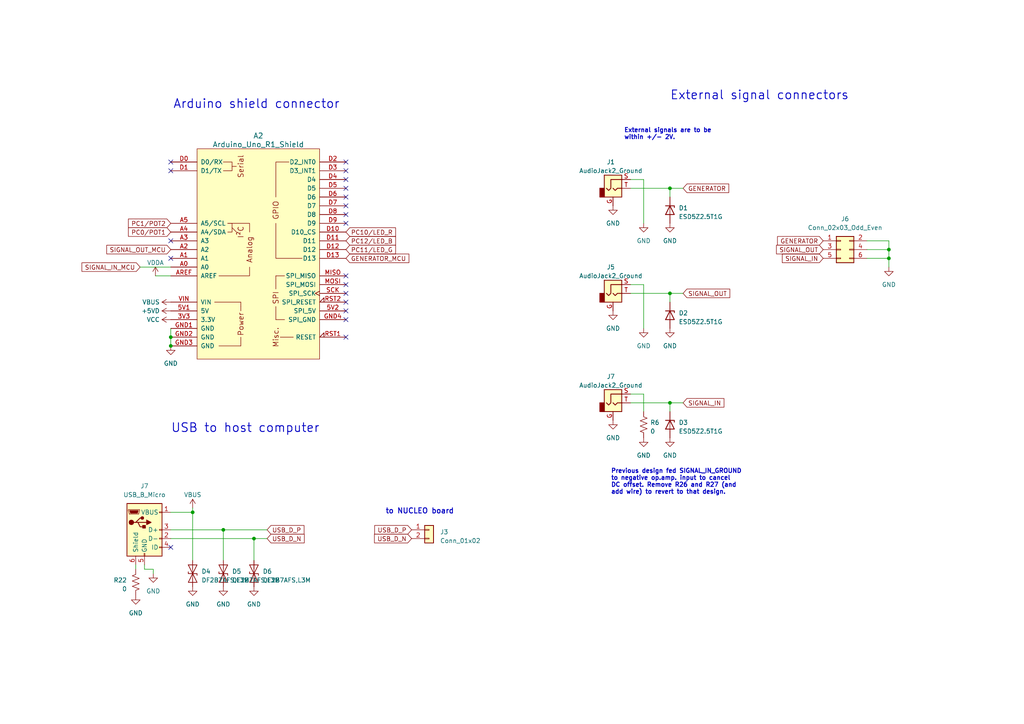
<source format=kicad_sch>
(kicad_sch (version 20230121) (generator eeschema)
  (paper "A4")
  (title_block (title "DSP PAW add-on board") (date "2023-08-19") (company "bitgloo") (comment 1 "Released under the CERN Open Hardware Licence Version 2 - Strongly Reciprocal"))
  (lib_symbols
    (symbol "Connector:USB_B_Micro" (pin_names (offset 1.016))
      (property "Reference" "J" (at -5.08 11.43 0))
      (property "Value" "USB_B_Micro" (at -5.08 8.89 0))
      (symbol "USB_B_Micro_0_1"
        (rectangle (start -5.08 -7.62) (end 5.08 7.62) (stroke (width 0.254)) (fill (type background)))
        (circle (center -3.81 2.159) (radius 0.635) (stroke (width 0.254)) (fill (type outline)))
        (circle (center -0.635 3.429) (radius 0.381) (stroke (width 0.254)) (fill (type outline)))
        (rectangle (start -0.127 -7.62) (end 0.127 -6.858))
        (polyline (pts (xy -1.905 2.159) (xy 0.635 2.159)) (stroke (width 0.254)))
        (polyline (pts (xy -3.175 2.159) (xy -2.54 2.159) (xy -1.27 3.429) (xy -0.635 3.429)) (stroke (width 0.254)))
        (polyline (pts (xy -2.54 2.159) (xy -1.905 2.159) (xy -1.27 0.889) (xy 0 0.889)) (stroke (width 0.254)))
        (polyline (pts (xy 0.635 2.794) (xy 0.635 1.524) (xy 1.905 2.159) (xy 0.635 2.794)) (stroke (width 0.254)) (fill (type outline)))
        (polyline (pts (xy -4.318 5.588) (xy -1.778 5.588) (xy -2.032 4.826) (xy -4.064 4.826) (xy -4.318 5.588)) (fill (type outline)))
        (polyline (pts (xy -4.699 5.842) (xy -4.699 5.588) (xy -4.445 4.826) (xy -4.445 4.572) (xy -1.651 4.572) (xy -1.651 4.826) (xy -1.397 5.588) (xy -1.397 5.842) (xy -4.699 5.842)))
        (rectangle (start 0.254 1.27) (end -0.508 0.508) (stroke (width 0.254)) (fill (type outline)))
        (rectangle (start 5.08 -5.207) (end 4.318 -4.953))
        (rectangle (start 5.08 -2.667) (end 4.318 -2.413))
        (rectangle (start 5.08 -0.127) (end 4.318 0.127))
        (rectangle (start 5.08 4.953) (end 4.318 5.207))
      )
      (symbol "USB_B_Micro_1_1"
        (pin power_out line (at 7.62 5.08 180) (length 2.54) (name "VBUS") (number "1"))
        (pin bidirectional line (at 7.62 -2.54 180) (length 2.54) (name "D-") (number "2"))
        (pin bidirectional line (at 7.62 0 180) (length 2.54) (name "D+") (number "3"))
        (pin passive line (at 7.62 -5.08 180) (length 2.54) (name "ID") (number "4"))
        (pin power_out line (at 0 -10.16 90) (length 2.54) (name "GND") (number "5"))
        (pin passive line (at -2.54 -10.16 90) (length 2.54) (name "Shield") (number "6"))
      )
    )
    (symbol "Connector_Audio:AudioJack2_Ground"
      (property "Reference" "J" (at 0 8.89 0))
      (property "Value" "AudioJack2_Ground" (at 0 6.35 0))
      (symbol "AudioJack2_Ground_0_1"
        (rectangle (start -2.54 -2.54) (end -3.81 0) (stroke (width 0.254)) (fill (type outline)))
        (polyline (pts (xy 0 0) (xy 0.635 -0.635) (xy 1.27 0) (xy 2.54 0)) (stroke (width 0.254)))
        (polyline (pts (xy 2.54 2.54) (xy -0.635 2.54) (xy -0.635 0) (xy -1.27 -0.635) (xy -1.905 0)) (stroke (width 0.254)))
        (rectangle (start 2.54 3.81) (end -2.54 -2.54) (stroke (width 0.254)) (fill (type background)))
      )
      (symbol "AudioJack2_Ground_1_1"
        (pin passive line (at 0 -5.08 90) (length 2.54) (name "~") (number "G"))
        (pin passive line (at 5.08 2.54 180) (length 2.54) (name "~") (number "S"))
        (pin passive line (at 5.08 0 180) (length 2.54) (name "~") (number "T"))
      )
    )
    (symbol "Connector_Generic:Conn_01x02" (pin_names (offset 1.016) hide)
      (property "Reference" "J" (at 0 2.54 0))
      (property "Value" "Conn_01x02" (at 0 -5.08 0))
      (symbol "Conn_01x02_1_1"
        (rectangle (start -1.27 -2.413) (end 0 -2.667) (stroke (width 0.1524)))
        (rectangle (start -1.27 0.127) (end 0 -0.127) (stroke (width 0.1524)))
        (rectangle (start -1.27 1.27) (end 1.27 -3.81) (stroke (width 0.254)) (fill (type background)))
        (pin passive line (at -5.08 0 0) (length 3.81) (name "Pin_1") (number "1"))
        (pin passive line (at -5.08 -2.54 0) (length 3.81) (name "Pin_2") (number "2"))
      )
    )
    (symbol "Connector_Generic:Conn_02x03_Odd_Even" (pin_names (offset 1.016) hide)
      (property "Reference" "J" (at 1.27 5.08 0))
      (property "Value" "Conn_02x03_Odd_Even" (at 1.27 -5.08 0))
      (symbol "Conn_02x03_Odd_Even_1_1"
        (rectangle (start -1.27 -2.413) (end 0 -2.667) (stroke (width 0.1524)))
        (rectangle (start -1.27 0.127) (end 0 -0.127) (stroke (width 0.1524)))
        (rectangle (start -1.27 2.667) (end 0 2.413) (stroke (width 0.1524)))
        (rectangle (start -1.27 3.81) (end 3.81 -3.81) (stroke (width 0.254)) (fill (type background)))
        (rectangle (start 3.81 -2.413) (end 2.54 -2.667) (stroke (width 0.1524)))
        (rectangle (start 3.81 0.127) (end 2.54 -0.127) (stroke (width 0.1524)))
        (rectangle (start 3.81 2.667) (end 2.54 2.413) (stroke (width 0.1524)))
        (pin passive line (at -5.08 2.54 0) (length 3.81) (name "Pin_1") (number "1"))
        (pin passive line (at 7.62 2.54 180) (length 3.81) (name "Pin_2") (number "2"))
        (pin passive line (at -5.08 0 0) (length 3.81) (name "Pin_3") (number "3"))
        (pin passive line (at 7.62 0 180) (length 3.81) (name "Pin_4") (number "4"))
        (pin passive line (at -5.08 -2.54 0) (length 3.81) (name "Pin_5") (number "5"))
        (pin passive line (at 7.62 -2.54 180) (length 3.81) (name "Pin_6") (number "6"))
      )
    )
    (symbol "Device:R_US" (pin_numbers hide) (pin_names (offset 0))
      (property "Reference" "R" (at 2.54 0 90))
      (property "Value" "R_US" (at -2.54 0 90))
      (symbol "R_US_0_1"
        (polyline (pts (xy 0 -2.286) (xy 0 -2.54)))
        (polyline (pts (xy 0 2.286) (xy 0 2.54)))
        (polyline (pts (xy 0 -0.762) (xy 1.016 -1.143) (xy 0 -1.524) (xy -1.016 -1.905) (xy 0 -2.286)))
        (polyline (pts (xy 0 0.762) (xy 1.016 0.381) (xy 0 0) (xy -1.016 -0.381) (xy 0 -0.762)))
        (polyline (pts (xy 0 2.286) (xy 1.016 1.905) (xy 0 1.524) (xy -1.016 1.143) (xy 0 0.762)))
      )
      (symbol "R_US_1_1"
        (pin passive line (at 0 3.81 270) (length 1.27) (name "~") (number "1"))
        (pin passive line (at 0 -3.81 90) (length 1.27) (name "~") (number "2"))
      )
    )
    (symbol "Diode:ESD5Zxx" (pin_numbers hide) (pin_names hide)
      (property "Reference" "D" (at 0 2.54 0))
      (property "Value" "ESD5Zxx" (at 0 -2.54 0))
      (symbol "ESD5Zxx_0_1"
        (polyline (pts (xy 1.27 0) (xy -1.27 0)))
        (polyline (pts (xy -1.27 -1.27) (xy -1.27 1.27) (xy -0.762 1.27)) (stroke (width 0.254)))
        (polyline (pts (xy 1.27 -1.27) (xy 1.27 1.27) (xy -1.27 0) (xy 1.27 -1.27)) (stroke (width 0.254)))
      )
      (symbol "ESD5Zxx_1_1"
        (pin passive line (at -3.81 0 0) (length 2.54) (name "K") (number "1"))
        (pin passive line (at 3.81 0 180) (length 2.54) (name "A") (number "2"))
      )
    )
    (symbol "Diode:ESD9B5.0ST5G" (pin_numbers hide) (pin_names (offset 1.016) hide)
      (property "Reference" "D" (at 0 2.54 0))
      (property "Value" "ESD9B5.0ST5G" (at 0 -2.54 0))
      (symbol "ESD9B5.0ST5G_0_1"
        (polyline (pts (xy 1.27 0) (xy -1.27 0)))
        (polyline (pts (xy -2.54 -1.27) (xy 0 0) (xy -2.54 1.27) (xy -2.54 -1.27)) (stroke (width 0.2032)))
        (polyline (pts (xy 0.508 1.27) (xy 0 1.27) (xy 0 -1.27) (xy -0.508 -1.27)) (stroke (width 0.2032)))
        (polyline (pts (xy 2.54 1.27) (xy 2.54 -1.27) (xy 0 0) (xy 2.54 1.27)) (stroke (width 0.2032)))
      )
      (symbol "ESD9B5.0ST5G_1_1"
        (pin passive line (at -3.81 0 0) (length 2.54) (name "A1") (number "1"))
        (pin passive line (at 3.81 0 180) (length 2.54) (name "A2") (number "2"))
      )
    )
    (symbol "PCM_arduino-library:Arduino_Uno_R1_Shield" (pin_names (offset 1.016))
      (property "Reference" "A" (at 0 36.83 0))
      (property "Value" "Arduino_Uno_R1_Shield" (at 0 33.02 0))
      (symbol "Arduino_Uno_R1_Shield_0_0"
        (rectangle (start -17.78 30.48) (end 17.78 -30.48) (fill (type background)))
        (rectangle (start -12.7 -13.97) (end -5.08 -13.97))
        (rectangle (start -11.43 -26.67) (end -5.08 -26.67))
        (polyline (pts (xy -7.62 7.62) (xy -6.35 6.35)))
        (polyline (pts (xy -7.62 25.4) (xy -6.35 25.4)))
        (polyline (pts (xy -5.08 -26.67) (xy -5.08 -24.13)))
        (polyline (pts (xy -5.08 -15.24) (xy -5.08 -16.51)))
        (polyline (pts (xy -5.08 -13.97) (xy -5.08 -15.24)))
        (polyline (pts (xy -2.54 -3.81) (xy -2.54 -6.35) (xy -11.43 -6.35)))
        (polyline (pts (xy -2.54 6.35) (xy -2.54 8.89) (xy -8.89 8.89)))
        (polyline (pts (xy 5.08 8.89) (xy 5.08 -1.27) (xy 12.7 -1.27)))
        (polyline (pts (xy 5.08 16.51) (xy 5.08 26.67) (xy 8.89 26.67)))
        (polyline (pts (xy -10.16 26.67) (xy -7.62 26.67) (xy -7.62 24.13) (xy -10.16 24.13)))
        (polyline (pts (xy -8.89 8.89) (xy -7.62 8.89) (xy -7.62 6.35) (xy -8.89 6.35)))
        (rectangle (start 5.08 -19.05) (end 5.08 -15.24))
        (rectangle (start 5.08 -19.05) (end 7.62 -19.05))
        (rectangle (start 5.08 -10.16) (end 5.08 -6.35))
        (rectangle (start 6.35 -24.13) (end 10.16 -24.13))
        (rectangle (start 7.62 -6.35) (end 5.08 -6.35))
        (text "Analog" (at -2.54 1.27 900) (effects (font (size 1.524 1.524))))
        (text "I²C" (at -5.08 6.35 900) (effects (font (size 1.524 1.524))))
        (text "Misc." (at 5.08 -24.13 900) (effects (font (size 1.524 1.524))))
        (text "Power" (at -5.08 -20.32 900) (effects (font (size 1.524 1.524))))
        (text "Serial" (at -5.08 25.4 900) (effects (font (size 1.524 1.524))))
        (text "SPI" (at 5.08 -12.7 900) (effects (font (size 1.524 1.524))))
      )
      (symbol "Arduino_Uno_R1_Shield_1_0"
        (text "GPIO" (at 5.08 12.7 900) (effects (font (size 1.524 1.524))))
      )
      (symbol "Arduino_Uno_R1_Shield_1_1"
        (pin power_out line (at -25.4 -19.05 0) (length 7.62) (name "3.3V") (number "3V3"))
        (pin power_in line (at -25.4 -16.51 0) (length 7.62) (name "5V") (number "5V1"))
        (pin power_in line (at 25.4 -16.51 180) (length 7.62) (name "SPI_5V") (number "5V2"))
        (pin bidirectional line (at -25.4 -3.81 0) (length 7.62) (name "A0") (number "A0"))
        (pin bidirectional line (at -25.4 -1.27 0) (length 7.62) (name "A1") (number "A1"))
        (pin bidirectional line (at -25.4 1.27 0) (length 7.62) (name "A2") (number "A2"))
        (pin bidirectional line (at -25.4 3.81 0) (length 7.62) (name "A3") (number "A3"))
        (pin bidirectional line (at -25.4 6.35 0) (length 7.62) (name "A4/SDA") (number "A4"))
        (pin bidirectional line (at -25.4 8.89 0) (length 7.62) (name "A5/SCL") (number "A5"))
        (pin input line (at -25.4 -6.35 0) (length 7.62) (name "AREF") (number "AREF"))
        (pin bidirectional line (at -25.4 26.67 0) (length 7.62) (name "D0/RX") (number "D0"))
        (pin bidirectional line (at -25.4 24.13 0) (length 7.62) (name "D1/TX") (number "D1"))
        (pin bidirectional line (at 25.4 6.35 180) (length 7.62) (name "D10_CS") (number "D10"))
        (pin bidirectional line (at 25.4 3.81 180) (length 7.62) (name "D11") (number "D11"))
        (pin bidirectional line (at 25.4 1.27 180) (length 7.62) (name "D12") (number "D12"))
        (pin bidirectional line (at 25.4 -1.27 180) (length 7.62) (name "D13") (number "D13"))
        (pin bidirectional line (at 25.4 26.67 180) (length 7.62) (name "D2_INT0") (number "D2"))
        (pin bidirectional line (at 25.4 24.13 180) (length 7.62) (name "D3_INT1") (number "D3"))
        (pin bidirectional line (at 25.4 21.59 180) (length 7.62) (name "D4") (number "D4"))
        (pin bidirectional line (at 25.4 19.05 180) (length 7.62) (name "D5") (number "D5"))
        (pin bidirectional line (at 25.4 16.51 180) (length 7.62) (name "D6") (number "D6"))
        (pin bidirectional line (at 25.4 13.97 180) (length 7.62) (name "D7") (number "D7"))
        (pin bidirectional line (at 25.4 11.43 180) (length 7.62) (name "D8") (number "D8"))
        (pin bidirectional line (at 25.4 8.89 180) (length 7.62) (name "D9") (number "D9"))
        (pin power_in line (at -25.4 -21.59 0) (length 7.62) (name "GND") (number "GND1"))
        (pin power_in line (at -25.4 -24.13 0) (length 7.62) (name "GND") (number "GND2"))
        (pin power_in line (at -25.4 -26.67 0) (length 7.62) (name "GND") (number "GND3"))
        (pin power_in line (at 25.4 -19.05 180) (length 7.62) (name "SPI_GND") (number "GND4"))
        (pin input line (at 25.4 -6.35 180) (length 7.62) (name "SPI_MISO") (number "MISO"))
        (pin output line (at 25.4 -8.89 180) (length 7.62) (name "SPI_MOSI") (number "MOSI"))
        (pin open_collector input_low (at 25.4 -24.13 180) (length 7.62) (name "RESET") (number "RST1"))
        (pin open_collector input_low (at 25.4 -13.97 180) (length 7.62) (name "SPI_RESET") (number "RST2"))
        (pin output clock (at 25.4 -11.43 180) (length 7.62) (name "SPI_SCK") (number "SCK"))
        (pin power_in line (at -25.4 -13.97 0) (length 7.62) (name "VIN") (number "VIN"))
      )
    )
    (symbol "power:+5VD" (power) (pin_names (offset 0))
      (property "Value" "+5VD" (at 0 3.556 0))
      (symbol "+5VD_0_1"
        (polyline (pts (xy -0.762 1.27) (xy 0 2.54)))
        (polyline (pts (xy 0 0) (xy 0 2.54)))
        (polyline (pts (xy 0 2.54) (xy 0.762 1.27)))
      )
      (symbol "+5VD_1_1"
        (pin power_in line (at 0 0 90) (length 0) hide (name "+5VD") (number "1"))
      )
    )
    (symbol "power:GND" (power) (pin_names (offset 0))
      (property "Value" "GND" (at 0 -3.81 0))
      (symbol "GND_0_1"
        (polyline (pts (xy 0 0) (xy 0 -1.27) (xy 1.27 -1.27) (xy 0 -2.54) (xy -1.27 -1.27) (xy 0 -1.27)))
      )
      (symbol "GND_1_1"
        (pin power_in line (at 0 0 270) (length 0) hide (name "GND") (number "1"))
      )
    )
    (symbol "power:VBUS" (power) (pin_names (offset 0))
      (property "Value" "VBUS" (at 0 3.81 0))
      (symbol "VBUS_0_1"
        (polyline (pts (xy -0.762 1.27) (xy 0 2.54)))
        (polyline (pts (xy 0 0) (xy 0 2.54)))
        (polyline (pts (xy 0 2.54) (xy 0.762 1.27)))
      )
      (symbol "VBUS_1_1"
        (pin power_in line (at 0 0 90) (length 0) hide (name "VBUS") (number "1"))
      )
    )
    (symbol "power:VCC" (power) (pin_names (offset 0))
      (property "Value" "VCC" (at 0 3.81 0))
      (symbol "VCC_0_1"
        (polyline (pts (xy -0.762 1.27) (xy 0 2.54)))
        (polyline (pts (xy 0 0) (xy 0 2.54)))
        (polyline (pts (xy 0 2.54) (xy 0.762 1.27)))
      )
      (symbol "VCC_1_1"
        (pin power_in line (at 0 0 90) (length 0) hide (name "VCC") (number "1"))
      )
    )
    (symbol "power:VDDA" (power) (pin_names (offset 0))
      (property "Value" "VDDA" (at 0 3.81 0))
      (symbol "VDDA_0_1"
        (polyline (pts (xy -0.762 1.27) (xy 0 2.54)))
        (polyline (pts (xy 0 0) (xy 0 2.54)))
        (polyline (pts (xy 0 2.54) (xy 0.762 1.27)))
      )
      (symbol "VDDA_1_1"
        (pin power_in line (at 0 0 90) (length 0) hide (name "VDDA") (number "1"))
      )
    )
  )
  (junction (at 64.77 153.67))
  (junction (at 194.31 54.61))
  (junction (at 73.66 156.21))
  (junction (at 194.31 85.09))
  (junction (at 49.53 100.33))
  (junction (at 257.81 72.39))
  (junction (at 49.53 97.79))
  (junction (at 55.88 148.59))
  (junction (at 194.31 116.84))
  (junction (at 257.81 74.93))
  (no_connect (at 100.33 90.17))
  (no_connect (at 49.53 49.53))
  (no_connect (at 49.53 74.93))
  (no_connect (at 49.53 46.99))
  (no_connect (at 100.33 64.77))
  (no_connect (at 100.33 54.61))
  (no_connect (at 100.33 49.53))
  (no_connect (at 100.33 57.15))
  (no_connect (at 100.33 46.99))
  (no_connect (at 100.33 80.01))
  (no_connect (at 100.33 52.07))
  (no_connect (at 100.33 87.63))
  (no_connect (at 49.53 69.85))
  (no_connect (at 100.33 82.55))
  (no_connect (at 49.53 158.75))
  (no_connect (at 100.33 85.09))
  (no_connect (at 100.33 59.69))
  (no_connect (at 100.33 92.71))
  (no_connect (at 100.33 97.79))
  (no_connect (at 100.33 62.23))
  (wire (pts (xy 257.81 72.39) (xy 251.46 72.39)))
  (wire (pts (xy 186.69 114.3) (xy 186.69 119.38)))
  (wire (pts (xy 182.88 114.3) (xy 186.69 114.3)))
  (wire (pts (xy 257.81 74.93) (xy 257.81 77.47)))
  (wire (pts (xy 55.88 147.32) (xy 55.88 148.59)))
  (wire (pts (xy 186.69 82.55) (xy 186.69 95.25)))
  (wire (pts (xy 194.31 116.84) (xy 198.12 116.84)))
  (wire (pts (xy 257.81 72.39) (xy 257.81 74.93)))
  (wire (pts (xy 194.31 54.61) (xy 198.12 54.61)))
  (wire (pts (xy 73.66 156.21) (xy 77.47 156.21)))
  (wire (pts (xy 45.085 80.01) (xy 49.53 80.01)))
  (wire (pts (xy 194.31 54.61) (xy 194.31 57.15)))
  (wire (pts (xy 49.53 153.67) (xy 64.77 153.67)))
  (wire (pts (xy 186.69 52.07) (xy 186.69 64.77)))
  (wire (pts (xy 49.53 156.21) (xy 73.66 156.21)))
  (wire (pts (xy 194.31 85.09) (xy 194.31 87.63)))
  (wire (pts (xy 49.53 148.59) (xy 55.88 148.59)))
  (wire (pts (xy 194.31 85.09) (xy 198.12 85.09)))
  (wire (pts (xy 40.64 77.47) (xy 49.53 77.47)))
  (wire (pts (xy 44.45 165.1) (xy 41.91 165.1)))
  (wire (pts (xy 182.88 52.07) (xy 186.69 52.07)))
  (wire (pts (xy 194.31 116.84) (xy 194.31 119.38)))
  (wire (pts (xy 257.81 69.85) (xy 257.81 72.39)))
  (wire (pts (xy 39.37 163.83) (xy 39.37 165.1)))
  (wire (pts (xy 49.53 95.25) (xy 49.53 97.79)))
  (wire (pts (xy 55.88 148.59) (xy 55.88 162.56)))
  (wire (pts (xy 257.81 69.85) (xy 251.46 69.85)))
  (wire (pts (xy 44.45 166.37) (xy 44.45 165.1)))
  (wire (pts (xy 41.91 165.1) (xy 41.91 163.83)))
  (wire (pts (xy 64.77 153.67) (xy 64.77 162.56)))
  (wire (pts (xy 251.46 74.93) (xy 257.81 74.93)))
  (wire (pts (xy 182.88 85.09) (xy 194.31 85.09)))
  (wire (pts (xy 182.88 54.61) (xy 194.31 54.61)))
  (wire (pts (xy 182.88 116.84) (xy 194.31 116.84)))
  (wire (pts (xy 49.53 97.79) (xy 49.53 100.33)))
  (wire (pts (xy 64.77 153.67) (xy 77.47 153.67)))
  (wire (pts (xy 182.88 82.55) (xy 186.69 82.55)))
  (wire (pts (xy 73.66 156.21) (xy 73.66 162.56)))
  (text "USB to host computer" (at 49.53 125.73 0) (effects (font (size 2.54 2.54) (thickness 0.254) bold) (justify left bottom)))
  (text "to NUCLEO board" (at 111.76 149.225 0) (effects (font (size 1.5 1.5) (thickness 0.254) bold) (justify left bottom)))
  (text "Arduino shield connector" (at 50.165 31.75 0) (effects (font (size 2.54 2.54) (thickness 0.254) bold) (justify left bottom)))
  (text "External signals are to be\nwithin +/- 2V." (at 180.975 40.64 0) (effects (font (size 1.25 1.25) (thickness 0.254) bold) (justify left bottom)))
  (text "External signal connectors" (at 194.31 29.21 0) (effects (font (size 2.54 2.54) (thickness 0.254) bold) (justify left bottom)))
  (text "Previous design fed SIGNAL_IN_GROUND\nto negative op.amp. input to cancel\nDC offset. Remove R26 and R27 (and\nadd wire) to revert to that design." (at 177.165 143.51 0) (effects (font (size 1.25 1.25) (thickness 0.254) bold) (justify left bottom)))
  (global_label "USB_D_P" (shape input) (at 119.38 153.67 180) (property "Intersheetrefs" "${INTERSHEET_REFS}" (effects hide)))
  (global_label "SIGNAL_OUT" (shape input) (at 198.12 85.09 0) (property "Intersheetrefs" "${INTERSHEET_REFS}" (effects hide)))
  (global_label "SIGNAL_IN_MCU" (shape input) (at 40.64 77.47 180) (property "Intersheetrefs" "${INTERSHEET_REFS}" (effects hide)))
  (global_label "SIGNAL_OUT_MCU" (shape input) (at 49.53 72.39 180) (property "Intersheetrefs" "${INTERSHEET_REFS}" (effects hide)))
  (global_label "SIGNAL_IN" (shape input) (at 198.12 116.84 0) (property "Intersheetrefs" "${INTERSHEET_REFS}" (effects hide)))
  (global_label "PC0{slash}POT1" (shape input) (at 49.53 67.31 180) (property "Intersheetrefs" "${INTERSHEET_REFS}" (effects hide)))
  (global_label "GENERATOR" (shape input) (at 198.12 54.61 0) (property "Intersheetrefs" "${INTERSHEET_REFS}" (effects hide)))
  (global_label "PC10{slash}LED_R" (shape input) (at 100.33 67.31 0) (property "Intersheetrefs" "${INTERSHEET_REFS}" (effects hide)))
  (global_label "SIGNAL_OUT" (shape input) (at 238.76 72.39 180) (property "Intersheetrefs" "${INTERSHEET_REFS}" (effects hide)))
  (global_label "PC12{slash}LED_B" (shape input) (at 100.33 69.85 0) (property "Intersheetrefs" "${INTERSHEET_REFS}" (effects hide)))
  (global_label "PC11{slash}LED_G" (shape input) (at 100.33 72.39 0) (property "Intersheetrefs" "${INTERSHEET_REFS}" (effects hide)))
  (global_label "GENERATOR_MCU" (shape input) (at 100.33 74.93 0) (property "Intersheetrefs" "${INTERSHEET_REFS}" (effects hide)))
  (global_label "USB_D_P" (shape input) (at 77.47 153.67 0) (property "Intersheetrefs" "${INTERSHEET_REFS}" (effects hide)))
  (global_label "GENERATOR" (shape input) (at 238.76 69.85 180) (property "Intersheetrefs" "${INTERSHEET_REFS}" (effects hide)))
  (global_label "SIGNAL_IN" (shape input) (at 238.76 74.93 180) (property "Intersheetrefs" "${INTERSHEET_REFS}" (effects hide)))
  (global_label "USB_D_N" (shape input) (at 119.38 156.21 180) (property "Intersheetrefs" "${INTERSHEET_REFS}" (effects hide)))
  (global_label "PC1{slash}POT2" (shape input) (at 49.53 64.77 180) (property "Intersheetrefs" "${INTERSHEET_REFS}" (effects hide)))
  (global_label "USB_D_N" (shape input) (at 77.47 156.21 0) (property "Intersheetrefs" "${INTERSHEET_REFS}" (effects hide)))
  (symbol (lib_id "Diode:ESD9B5.0ST5G") (at 55.88 166.37 90) (unit 1)
    (property "Reference" "D4" (at 58.42 165.735 90) (effects (justify right)))
    (property "Value" "DF2B7AFS,L3M" (at 58.42 168.275 90) (effects (justify right)))
    (property "Footprint" "Diode_SMD:D_SOD-923" (effects hide))
    (property "Datasheet" "https://www.onsemi.com/pub/Collateral/ESD9B-D.PDF" (effects hide))
    (property "Part Number" "DF2B7AFS,L3M" (effects hide))
    (property "LCSC Part #" "C1972965" (effects hide))
  )
  (symbol (lib_id "power:VDDA") (at 45.085 80.01 0) (unit 1)
    (property "Reference" "#PWR04" (effects hide))
    (property "Value" "VDDA" (at 45.085 76.2 0))
    (instances (project "stmdsp_rev3" (path "" (reference "#PWR04") (unit 1))) (project "DSP PAW add-on board" (path "" (reference "#PWR074") (unit 1))))
  )
  (symbol (lib_id "power:GND") (at 64.77 170.18 0) (unit 1)
    (property "Reference" "#PWR038" (effects hide))
    (property "Value" "GND" (at 64.77 175.26 0))
    (instances (project "stmdsp_rev3" (path "" (reference "#PWR038") (unit 1))) (project "DSP PAW add-on board" (path "" (reference "#PWR064") (unit 1))))
  )
  (symbol (lib_id "power:GND") (at 186.69 95.25 0) (unit 1)
    (property "Reference" "#PWR034" (effects hide))
    (property "Value" "GND" (at 186.69 100.33 0))
    (instances (project "stmdsp_rev3" (path "" (reference "#PWR034") (unit 1))) (project "DSP PAW add-on board" (path "" (reference "#PWR056") (unit 1))))
  )
  (symbol (lib_id "power:GND") (at 257.81 77.47 0) (mirror y) (unit 1)
    (property "Reference" "#PWR036" (effects hide))
    (property "Value" "GND" (at 257.81 82.55 0))
    (instances (project "stmdsp_rev3" (path "" (reference "#PWR036") (unit 1))) (project "DSP PAW add-on board" (path "" (reference "#PWR052") (unit 1))))
  )
  (symbol (lib_id "power:GND") (at 186.69 64.77 0) (unit 1)
    (property "Reference" "#PWR032" (effects hide))
    (property "Value" "GND" (at 186.69 69.85 0))
    (instances (project "stmdsp_rev3" (path "" (reference "#PWR032") (unit 1))) (project "DSP PAW add-on board" (path "" (reference "#PWR049") (unit 1))))
  )
  (symbol (lib_id "PCM_arduino-library:Arduino_Uno_R1_Shield") (at 74.93 73.66 0) (unit 1)
    (property "Reference" "A2" (at 74.93 39.37 0) (effects (font (size 1.524 1.524))))
    (property "Value" "Arduino_Uno_R1_Shield" (at 74.93 41.91 0) (effects (font (size 1.524 1.524))))
    (property "Footprint" "PCM_arduino-library:Arduino_Uno_R2_Shield" (effects hide))
    (property "Datasheet" "https://startingelectronics.org/articles/arduino/uno-r3-r2-differences/" (effects hide))
    (property "DNP" "T" (effects hide))
  )
  (symbol (lib_id "Diode:ESD9B5.0ST5G") (at 64.77 166.37 90) (unit 1)
    (property "Reference" "D5" (at 67.31 165.735 90) (effects (justify right)))
    (property "Value" "DF2B7AFS,L3M" (at 67.31 168.275 90) (effects (justify right)))
    (property "Footprint" "Diode_SMD:D_SOD-923" (effects hide))
    (property "Datasheet" "https://www.onsemi.com/pub/Collateral/ESD9B-D.PDF" (effects hide))
    (property "Part Number" "DF2B7AFS,L3M" (effects hide))
    (property "LCSC Part #" "C1972965" (effects hide))
  )
  (symbol (lib_id "Connector_Audio:AudioJack2_Ground") (at 177.8 85.09 0) (unit 1)
    (property "Reference" "J5" (at 177.165 77.47 0))
    (property "Value" "AudioJack2_Ground" (at 177.165 80.01 0))
    (property "Footprint" "Connector_Audio:Jack_3.5mm_CUI_SJ-3523-SMT_Horizontal" (effects hide))
    (property "Part Number" "2" (effects hide))
    (property "LCSC Part #" "C431535" (effects hide))
  )
  (symbol (lib_id "Diode:ESD5Zxx") (at 194.31 123.19 270) (unit 1)
    (property "Reference" "D3" (at 196.85 122.555 90) (effects (justify left)))
    (property "Value" "ESD5Z2.5T1G" (at 196.85 125.095 90) (effects (justify left)))
    (property "Footprint" "Diode_SMD:D_SOD-523" (effects hide))
    (property "Datasheet" "https://www.onsemi.com/pdf/datasheet/esd5z2.5t1-d.pdf" (effects hide))
    (property "Part Number" "ESD5Z2.5T1G" (effects hide))
    (property "LCSC Part #" "C475683" (effects hide))
  )
  (symbol (lib_id "power:GND") (at 186.69 127 0) (unit 1)
    (property "Reference" "#PWR034" (effects hide))
    (property "Value" "GND" (at 186.69 132.08 0))
    (instances (project "stmdsp_rev3" (path "" (reference "#PWR034") (unit 1))) (project "DSP PAW add-on board" (path "" (reference "#PWR059") (unit 1))))
  )
  (symbol (lib_id "power:GND") (at 44.45 166.37 0) (unit 1)
    (property "Reference" "#PWR038" (effects hide))
    (property "Value" "GND" (at 44.45 171.45 0))
    (instances (project "stmdsp_rev3" (path "" (reference "#PWR038") (unit 1))) (project "DSP PAW add-on board" (path "" (reference "#PWR062") (unit 1))))
  )
  (symbol (lib_id "power:GND") (at 55.88 170.18 0) (unit 1)
    (property "Reference" "#PWR038" (effects hide))
    (property "Value" "GND" (at 55.88 175.26 0))
    (instances (project "stmdsp_rev3" (path "" (reference "#PWR038") (unit 1))) (project "DSP PAW add-on board" (path "" (reference "#PWR063") (unit 1))))
  )
  (symbol (lib_id "power:GND") (at 177.8 90.17 0) (unit 1)
    (property "Reference" "#PWR032" (effects hide))
    (property "Value" "GND" (at 177.8 95.25 0))
    (instances (project "stmdsp_rev3" (path "" (reference "#PWR032") (unit 1))) (project "DSP PAW add-on board" (path "" (reference "#PWR055") (unit 1))))
  )
  (symbol (lib_id "power:VBUS") (at 55.88 147.32 0) (unit 1)
    (property "Reference" "#PWR061" (effects hide))
    (property "Value" "VBUS" (at 55.88 143.51 0))
  )
  (symbol (lib_id "Diode:ESD5Zxx") (at 194.31 60.96 270) (unit 1)
    (property "Reference" "D1" (at 196.85 60.325 90) (effects (justify left)))
    (property "Value" "ESD5Z2.5T1G" (at 196.85 62.865 90) (effects (justify left)))
    (property "Footprint" "Diode_SMD:D_SOD-523" (effects hide))
    (property "Datasheet" "https://www.onsemi.com/pdf/datasheet/esd5z2.5t1-d.pdf" (effects hide))
    (property "Part Number" "ESD5Z2.5T1G" (effects hide))
    (property "LCSC Part #" "C475683" (effects hide))
  )
  (symbol (lib_id "power:GND") (at 177.8 59.69 0) (unit 1)
    (property "Reference" "#PWR032" (effects hide))
    (property "Value" "GND" (at 177.8 64.77 0))
    (instances (project "stmdsp_rev3" (path "" (reference "#PWR032") (unit 1))) (project "DSP PAW add-on board" (path "" (reference "#PWR048") (unit 1))))
  )
  (symbol (lib_id "power:VCC") (at 49.53 92.71 90) (unit 1)
    (property "Reference" "#PWR015" (effects hide))
    (property "Value" "VCC" (at 46.355 92.71 90) (effects (justify left)))
    (instances (project "stmdsp_rev3" (path "" (reference "#PWR015") (unit 1))) (project "DSP PAW add-on board" (path "" (reference "#PWR072") (unit 1))))
  )
  (symbol (lib_id "Diode:ESD5Zxx") (at 194.31 91.44 270) (unit 1)
    (property "Reference" "D2" (at 196.85 90.805 90) (effects (justify left)))
    (property "Value" "ESD5Z2.5T1G" (at 196.85 93.345 90) (effects (justify left)))
    (property "Footprint" "Diode_SMD:D_SOD-523" (effects hide))
    (property "Datasheet" "https://www.onsemi.com/pdf/datasheet/esd5z2.5t1-d.pdf" (effects hide))
    (property "Part Number" "ESD5Z2.5T1G" (effects hide))
    (property "LCSC Part #" "C475683" (effects hide))
  )
  (symbol (lib_id "Connector_Audio:AudioJack2_Ground") (at 177.8 54.61 0) (unit 1)
    (property "Reference" "J1" (at 177.165 46.99 0))
    (property "Value" "AudioJack2_Ground" (at 177.165 49.53 0))
    (property "Footprint" "Connector_Audio:Jack_3.5mm_CUI_SJ-3523-SMT_Horizontal" (effects hide))
    (property "Part Number" "2" (effects hide))
    (property "LCSC Part #" "C431535" (effects hide))
  )
  (symbol (lib_id "Connector:USB_B_Micro") (at 41.91 153.67 0) (unit 1)
    (property "Reference" "J7" (at 41.91 140.97 0))
    (property "Value" "USB_B_Micro" (at 41.91 143.51 0))
    (property "Footprint" "Connector_USB:USB_Micro-B_Amphenol_10104110_Horizontal" (effects hide))
    (property "Part Number" "10104110-0001LF" (effects hide))
    (property "LCSC Part #" "C428496" (effects hide))
    (instances (project "stmdsp_rev3" (path "" (reference "J7") (unit 1))) (project "DSP PAW add-on board" (path "" (reference "J8") (unit 1))))
  )
  (symbol (lib_id "power:GND") (at 194.31 95.25 0) (unit 1)
    (property "Reference" "#PWR032" (effects hide))
    (property "Value" "GND" (at 194.31 100.33 0))
    (instances (project "stmdsp_rev3" (path "" (reference "#PWR032") (unit 1))) (project "DSP PAW add-on board" (path "" (reference "#PWR057") (unit 1))))
  )
  (symbol (lib_id "Device:R_US") (at 186.69 123.19 180) (unit 1)
    (property "Reference" "R6" (at 188.595 122.555 0) (effects (justify right)))
    (property "Value" "0" (at 188.595 125.095 0) (effects (justify right)))
    (property "Footprint" "Resistor_SMD:R_0603_1608Metric" (effects hide))
    (property "Part Number" "RMCF0603ZT0R00" (effects hide))
    (property "LCSC Part #" "C21189" (effects hide))
    (instances (project "DSP PAW add-on board" (path "" (reference "R6") (unit 1)) (path "" (reference "R26") (unit 1))))
  )
  (symbol (lib_id "Connector_Audio:AudioJack2_Ground") (at 177.8 116.84 0) (unit 1)
    (property "Reference" "J7" (at 177.165 109.22 0))
    (property "Value" "AudioJack2_Ground" (at 177.165 111.76 0))
    (property "Footprint" "Connector_Audio:Jack_3.5mm_CUI_SJ-3523-SMT_Horizontal" (effects hide))
    (property "Part Number" "2" (effects hide))
    (property "LCSC Part #" "C431535" (effects hide))
  )
  (symbol (lib_id "power:VBUS") (at 49.53 87.63 90) (unit 1)
    (property "Reference" "#PWR075" (effects hide))
    (property "Value" "VBUS" (at 46.355 87.63 90) (effects (justify left)))
  )
  (symbol (lib_id "power:+5VD") (at 49.53 90.17 90) (unit 1)
    (property "Reference" "#PWR047" (effects hide))
    (property "Value" "+5VD" (at 46.355 90.17 90) (effects (justify left)))
  )
  (symbol (lib_id "power:GND") (at 194.31 127 0) (unit 1)
    (property "Reference" "#PWR032" (effects hide))
    (property "Value" "GND" (at 194.31 132.08 0))
    (instances (project "stmdsp_rev3" (path "" (reference "#PWR032") (unit 1))) (project "DSP PAW add-on board" (path "" (reference "#PWR060") (unit 1))))
  )
  (symbol (lib_id "Device:R_US") (at 39.37 168.91 0) (mirror y) (unit 1)
    (property "Reference" "R22" (at 36.83 168.275 0) (effects (justify left)))
    (property "Value" "0" (at 36.83 170.815 0) (effects (justify left)))
    (property "Footprint" "Resistor_SMD:R_0603_1608Metric" (effects hide))
    (property "Part Number" "RMCF0603ZT0R00" (effects hide))
    (property "LCSC Part #" "C21189" (effects hide))
  )
  (symbol (lib_id "Connector_Generic:Conn_01x02") (at 124.46 153.67 0) (unit 1)
    (property "Reference" "J3" (at 127.635 154.305 0) (effects (justify left)))
    (property "Value" "Conn_01x02" (at 127.635 156.845 0) (effects (justify left)))
    (property "Footprint" "Connector_PinHeader_2.54mm:PinHeader_1x02_P2.54mm_Vertical" (effects hide))
    (property "DNP" "T" (effects hide))
  )
  (symbol (lib_id "power:GND") (at 177.8 121.92 0) (unit 1)
    (property "Reference" "#PWR032" (effects hide))
    (property "Value" "GND" (at 177.8 127 0))
    (instances (project "stmdsp_rev3" (path "" (reference "#PWR032") (unit 1))) (project "DSP PAW add-on board" (path "" (reference "#PWR058") (unit 1))))
  )
  (symbol (lib_id "power:GND") (at 73.66 170.18 0) (unit 1)
    (property "Reference" "#PWR038" (effects hide))
    (property "Value" "GND" (at 73.66 175.26 0))
    (instances (project "stmdsp_rev3" (path "" (reference "#PWR038") (unit 1))) (project "DSP PAW add-on board" (path "" (reference "#PWR065") (unit 1))))
  )
  (symbol (lib_id "Diode:ESD9B5.0ST5G") (at 73.66 166.37 90) (unit 1)
    (property "Reference" "D6" (at 76.2 165.735 90) (effects (justify right)))
    (property "Value" "DF2B7AFS,L3M" (at 76.2 168.275 90) (effects (justify right)))
    (property "Footprint" "Diode_SMD:D_SOD-923" (effects hide))
    (property "Datasheet" "https://www.onsemi.com/pub/Collateral/ESD9B-D.PDF" (effects hide))
    (property "Part Number" "DF2B7AFS,L3M" (effects hide))
    (property "LCSC Part #" "C1972965" (effects hide))
  )
  (symbol (lib_id "Connector_Generic:Conn_02x03_Odd_Even") (at 243.84 72.39 0) (unit 1)
    (property "Reference" "J6" (at 245.11 63.5 0))
    (property "Value" "Conn_02x03_Odd_Even" (at 245.11 66.04 0))
    (property "Footprint" "Connector_PinHeader_2.54mm:PinHeader_2x03_P2.54mm_Vertical" (effects hide))
    (property "Part Number" "PH2-06-UA" (effects hide))
    (property "LCSC Part #" "C65114" (effects hide))
    (instances (project "stmdsp_rev3" (path "" (reference "J6") (unit 1))) (project "DSP PAW add-on board" (path "" (reference "J4") (unit 1))))
  )
  (symbol (lib_id "power:GND") (at 194.31 64.77 0) (unit 1)
    (property "Reference" "#PWR032" (effects hide))
    (property "Value" "GND" (at 194.31 69.85 0))
    (instances (project "stmdsp_rev3" (path "" (reference "#PWR032") (unit 1))) (project "DSP PAW add-on board" (path "" (reference "#PWR050") (unit 1))))
  )
  (symbol (lib_id "power:GND") (at 49.53 100.33 0) (mirror y) (unit 1)
    (property "Reference" "#PWR036" (effects hide))
    (property "Value" "GND" (at 49.53 105.41 0))
    (instances (project "stmdsp_rev3" (path "" (reference "#PWR036") (unit 1))) (project "DSP PAW add-on board" (path "" (reference "#PWR046") (unit 1))))
  )
  (symbol (lib_id "power:GND") (at 39.37 172.72 0) (unit 1)
    (property "Reference" "#PWR038" (effects hide))
    (property "Value" "GND" (at 39.37 177.8 0))
    (instances (project "stmdsp_rev3" (path "" (reference "#PWR038") (unit 1))) (project "DSP PAW add-on board" (path "" (reference "#PWR066") (unit 1))))
  )
)
</source>
